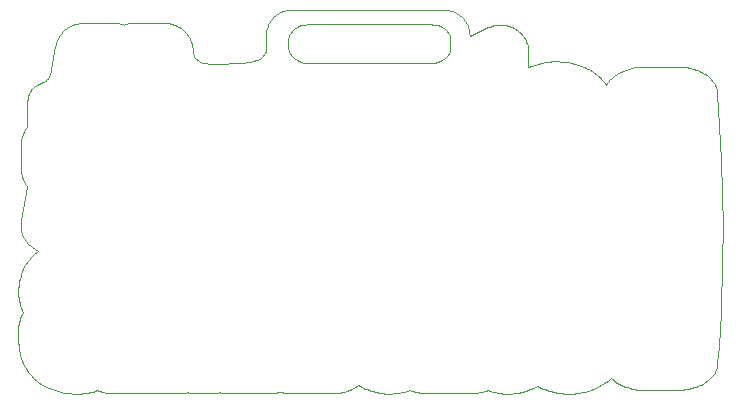
<source format=gbr>
G04 #@! TF.GenerationSoftware,KiCad,Pcbnew,5.0.2+dfsg1-1*
G04 #@! TF.CreationDate,2019-10-14T23:09:41+02:00*
G04 #@! TF.ProjectId,NOMAS_semaforos,4e4f4d41-535f-4736-956d-61666f726f73,rev?*
G04 #@! TF.SameCoordinates,Original*
G04 #@! TF.FileFunction,Profile,NP*
%FSLAX46Y46*%
G04 Gerber Fmt 4.6, Leading zero omitted, Abs format (unit mm)*
G04 Created by KiCad (PCBNEW 5.0.2+dfsg1-1) date lun 14 oct 2019 23:09:41 CEST*
%MOMM*%
%LPD*%
G01*
G04 APERTURE LIST*
G04 #@! TA.AperFunction,NonConductor*
%ADD10C,0.100000*%
G04 #@! TD*
G04 APERTURE END LIST*
D10*
G04 #@! TO.C,Ref\002A\002A*
X142427215Y-86108614D02*
X142427215Y-86108614D01*
X142427215Y-86108614D02*
X142427215Y-86108614D01*
X142080322Y-86135804D02*
X142427215Y-86108614D01*
X141757616Y-86213824D02*
X142080322Y-86135804D01*
X141465898Y-86337361D02*
X141757616Y-86213824D01*
X141211968Y-86501091D02*
X141465898Y-86337361D01*
X141002628Y-86699697D02*
X141211968Y-86501091D01*
X140916808Y-86810415D02*
X141002628Y-86699697D01*
X140844688Y-86927858D02*
X140916808Y-86810415D01*
X140787108Y-87051359D02*
X140844688Y-86927858D01*
X140744928Y-87180255D02*
X140787108Y-87051359D01*
X140718998Y-87313880D02*
X140744928Y-87180255D01*
X140710198Y-87451569D02*
X140718998Y-87313880D01*
X140710198Y-88041881D02*
X140710198Y-87451569D01*
X140718998Y-88179570D02*
X140710198Y-88041881D01*
X140744928Y-88313195D02*
X140718998Y-88179570D01*
X140787108Y-88442091D02*
X140744928Y-88313195D01*
X140844688Y-88565592D02*
X140787108Y-88442091D01*
X140916808Y-88683034D02*
X140844688Y-88565592D01*
X141002628Y-88793753D02*
X140916808Y-88683034D01*
X141211968Y-88992358D02*
X141002628Y-88793753D01*
X141465898Y-89156089D02*
X141211968Y-88992358D01*
X141757616Y-89279625D02*
X141465898Y-89156089D01*
X142080322Y-89357645D02*
X141757616Y-89279625D01*
X142427215Y-89384835D02*
X142080322Y-89357645D01*
X152727123Y-89384835D02*
X142427215Y-89384835D01*
X153074015Y-89357645D02*
X152727123Y-89384835D01*
X153396721Y-89279625D02*
X153074015Y-89357645D01*
X153688440Y-89156089D02*
X153396721Y-89279625D01*
X153942369Y-88992358D02*
X153688440Y-89156089D01*
X154151709Y-88793753D02*
X153942369Y-88992358D01*
X154237529Y-88683034D02*
X154151709Y-88793753D01*
X154309649Y-88565592D02*
X154237529Y-88683034D01*
X154367229Y-88442091D02*
X154309649Y-88565592D01*
X154409409Y-88313195D02*
X154367229Y-88442091D01*
X154435339Y-88179570D02*
X154409409Y-88313195D01*
X154444139Y-88041881D02*
X154435339Y-88179570D01*
X154444139Y-87451569D02*
X154444139Y-88041881D01*
X154435339Y-87313880D02*
X154444139Y-87451569D01*
X154409409Y-87180255D02*
X154435339Y-87313880D01*
X154367229Y-87051359D02*
X154409409Y-87180255D01*
X154309649Y-86927858D02*
X154367229Y-87051359D01*
X154237529Y-86810415D02*
X154309649Y-86927858D01*
X154151709Y-86699697D02*
X154237529Y-86810415D01*
X153942369Y-86501091D02*
X154151709Y-86699697D01*
X153688440Y-86337361D02*
X153942369Y-86501091D01*
X153396721Y-86213824D02*
X153688440Y-86337361D01*
X153074015Y-86135804D02*
X153396721Y-86213824D01*
X152727123Y-86108614D02*
X153074015Y-86135804D01*
X142427215Y-86108614D02*
X152727123Y-86108614D01*
X140975079Y-84890056D02*
X140975079Y-84890003D01*
X153900449Y-84890056D02*
X140975079Y-84890056D01*
X154011656Y-84892856D02*
X153900449Y-84890056D01*
X154121368Y-84901156D02*
X154011656Y-84892856D01*
X154229450Y-84914806D02*
X154121368Y-84901156D01*
X154335770Y-84933686D02*
X154229450Y-84914806D01*
X154440193Y-84957666D02*
X154335770Y-84933686D01*
X154542587Y-84986606D02*
X154440193Y-84957666D01*
X154642819Y-85020376D02*
X154542587Y-84986606D01*
X154740749Y-85058836D02*
X154642819Y-85020376D01*
X154836249Y-85101866D02*
X154740749Y-85058836D01*
X154929189Y-85149326D02*
X154836249Y-85101866D01*
X155019429Y-85201076D02*
X154929189Y-85149326D01*
X155106849Y-85256996D02*
X155019429Y-85201076D01*
X155191299Y-85316946D02*
X155106849Y-85256996D01*
X155272659Y-85380786D02*
X155191299Y-85316946D01*
X155350779Y-85448396D02*
X155272659Y-85380786D01*
X155425539Y-85519636D02*
X155350779Y-85448396D01*
X155496799Y-85594376D02*
X155425539Y-85519636D01*
X155564429Y-85672476D02*
X155496799Y-85594376D01*
X155628299Y-85753806D02*
X155564429Y-85672476D01*
X155688269Y-85838236D02*
X155628299Y-85753806D01*
X155744209Y-85925626D02*
X155688269Y-85838236D01*
X155795989Y-86015846D02*
X155744209Y-85925626D01*
X155843469Y-86108766D02*
X155795989Y-86015846D01*
X155886509Y-86204256D02*
X155843469Y-86108766D01*
X155924989Y-86302176D02*
X155886509Y-86204256D01*
X155958769Y-86402391D02*
X155924989Y-86302176D01*
X155987719Y-86504771D02*
X155958769Y-86402391D01*
X156011719Y-86609183D02*
X155987719Y-86504771D01*
X156030609Y-86715493D02*
X156011719Y-86609183D01*
X156044259Y-86823569D02*
X156030609Y-86715493D01*
X156052559Y-86933276D02*
X156044259Y-86823569D01*
X156055359Y-87044482D02*
X156052559Y-86933276D01*
X156055359Y-87085822D02*
X156055359Y-87044482D01*
X157633040Y-86369587D02*
X156055359Y-87085822D01*
X157783098Y-86307097D02*
X157633040Y-86369587D01*
X157934101Y-86255337D02*
X157783098Y-86307097D01*
X158085678Y-86214077D02*
X157934101Y-86255337D01*
X158237449Y-86183077D02*
X158085678Y-86214077D01*
X158389042Y-86162097D02*
X158237449Y-86183077D01*
X158540082Y-86150907D02*
X158389042Y-86162097D01*
X158690196Y-86149307D02*
X158540082Y-86150907D01*
X158839005Y-86157007D02*
X158690196Y-86149307D01*
X158986143Y-86173767D02*
X158839005Y-86157007D01*
X159131227Y-86199367D02*
X158986143Y-86173767D01*
X159273885Y-86233577D02*
X159131227Y-86199367D01*
X159413744Y-86276157D02*
X159273885Y-86233577D01*
X159550430Y-86326877D02*
X159413744Y-86276157D01*
X159683569Y-86385487D02*
X159550430Y-86326877D01*
X159812781Y-86451767D02*
X159683569Y-86385487D01*
X159937696Y-86525467D02*
X159812781Y-86451767D01*
X160057941Y-86606357D02*
X159937696Y-86525467D01*
X160173138Y-86694207D02*
X160057941Y-86606357D01*
X160282913Y-86788767D02*
X160173138Y-86694207D01*
X160386895Y-86889814D02*
X160282913Y-86788767D01*
X160484705Y-86997106D02*
X160386895Y-86889814D01*
X160575965Y-87110407D02*
X160484705Y-86997106D01*
X160660315Y-87229481D02*
X160575965Y-87110407D01*
X160737365Y-87354092D02*
X160660315Y-87229481D01*
X160806745Y-87484004D02*
X160737365Y-87354092D01*
X160868085Y-87618981D02*
X160806745Y-87484004D01*
X160921005Y-87758786D02*
X160868085Y-87618981D01*
X160965135Y-87903183D02*
X160921005Y-87758786D01*
X161000105Y-88051936D02*
X160965135Y-87903183D01*
X161025535Y-88204809D02*
X161000105Y-88051936D01*
X161041035Y-88361565D02*
X161025535Y-88204809D01*
X161046235Y-88521969D02*
X161041035Y-88361565D01*
X161046235Y-89760136D02*
X161046235Y-88521969D01*
X161317949Y-89646318D02*
X161046235Y-89760136D01*
X161593447Y-89545113D02*
X161317949Y-89646318D01*
X161871918Y-89457313D02*
X161593447Y-89545113D01*
X162152559Y-89383703D02*
X161871918Y-89457313D01*
X162434565Y-89325073D02*
X162152559Y-89383703D01*
X162575829Y-89301623D02*
X162434565Y-89325073D01*
X162717132Y-89282213D02*
X162575829Y-89301623D01*
X162858375Y-89266943D02*
X162717132Y-89282213D01*
X162999456Y-89255913D02*
X162858375Y-89266943D01*
X163140272Y-89249213D02*
X162999456Y-89255913D01*
X163280726Y-89247013D02*
X163140272Y-89249213D01*
X163556766Y-89252413D02*
X163280726Y-89247013D01*
X163834983Y-89269023D02*
X163556766Y-89252413D01*
X164114330Y-89297263D02*
X163834983Y-89269023D01*
X164393762Y-89337573D02*
X164114330Y-89297263D01*
X164672234Y-89390403D02*
X164393762Y-89337573D01*
X164948697Y-89456203D02*
X164672234Y-89390403D01*
X165222109Y-89535423D02*
X164948697Y-89456203D01*
X165491426Y-89628513D02*
X165222109Y-89535423D01*
X165755599Y-89735924D02*
X165491426Y-89628513D01*
X165885430Y-89795134D02*
X165755599Y-89735924D01*
X166013584Y-89858094D02*
X165885430Y-89795134D01*
X166139928Y-89924864D02*
X166013584Y-89858094D01*
X166264332Y-89995494D02*
X166139928Y-89924864D01*
X166386667Y-90070044D02*
X166264332Y-89995494D01*
X166506804Y-90148564D02*
X166386667Y-90070044D01*
X166624607Y-90231114D02*
X166506804Y-90148564D01*
X166739950Y-90317744D02*
X166624607Y-90231114D01*
X166852699Y-90408514D02*
X166739950Y-90317744D01*
X166962723Y-90503484D02*
X166852699Y-90408514D01*
X167069896Y-90602704D02*
X166962723Y-90503484D01*
X167174083Y-90706237D02*
X167069896Y-90602704D01*
X167275157Y-90814135D02*
X167174083Y-90706237D01*
X167372977Y-90926455D02*
X167275157Y-90814135D01*
X167507221Y-91094191D02*
X167372977Y-90926455D01*
X167631877Y-91264936D02*
X167507221Y-91094191D01*
X167675587Y-91180496D02*
X167631877Y-91264936D01*
X167724217Y-91097616D02*
X167675587Y-91180496D01*
X167777657Y-91016366D02*
X167724217Y-91097616D01*
X167835787Y-90936826D02*
X167777657Y-91016366D01*
X167898497Y-90859066D02*
X167835787Y-90936826D01*
X167965667Y-90783166D02*
X167898497Y-90859066D01*
X168037197Y-90709196D02*
X167965667Y-90783166D01*
X168112967Y-90637226D02*
X168037197Y-90709196D01*
X168192867Y-90567326D02*
X168112967Y-90637226D01*
X168276777Y-90499576D02*
X168192867Y-90567326D01*
X168364597Y-90434046D02*
X168276777Y-90499576D01*
X168456207Y-90370816D02*
X168364597Y-90434046D01*
X168650348Y-90251525D02*
X168456207Y-90370816D01*
X168858305Y-90142296D02*
X168650348Y-90251525D01*
X169079180Y-90043716D02*
X168858305Y-90142296D01*
X169312066Y-89956376D02*
X169079180Y-90043716D01*
X169556067Y-89880856D02*
X169312066Y-89956376D01*
X169810281Y-89817746D02*
X169556067Y-89880856D01*
X170073809Y-89767636D02*
X169810281Y-89817746D01*
X170345753Y-89731116D02*
X170073809Y-89767636D01*
X170625209Y-89708776D02*
X170345753Y-89731116D01*
X170911276Y-89701176D02*
X170625209Y-89708776D01*
X173590182Y-89701176D02*
X170911276Y-89701176D01*
X173767705Y-89704076D02*
X173590182Y-89701176D01*
X173942835Y-89712676D02*
X173767705Y-89704076D01*
X174115364Y-89726896D02*
X173942835Y-89712676D01*
X174285079Y-89746566D02*
X174115364Y-89726896D01*
X174451764Y-89771546D02*
X174285079Y-89746566D01*
X174615207Y-89801696D02*
X174451764Y-89771546D01*
X174775198Y-89836876D02*
X174615207Y-89801696D01*
X174931522Y-89876946D02*
X174775198Y-89836876D01*
X175083964Y-89921776D02*
X174931522Y-89876946D01*
X175232316Y-89971216D02*
X175083964Y-89921776D01*
X175376361Y-90025136D02*
X175232316Y-89971216D01*
X175515889Y-90083386D02*
X175376361Y-90025136D01*
X175650683Y-90145836D02*
X175515889Y-90083386D01*
X175780536Y-90212346D02*
X175650683Y-90145836D01*
X175905231Y-90282776D02*
X175780536Y-90212346D01*
X176024555Y-90356986D02*
X175905231Y-90282776D01*
X176138297Y-90434846D02*
X176024555Y-90356986D01*
X176246245Y-90516206D02*
X176138297Y-90434846D01*
X176348183Y-90600936D02*
X176246245Y-90516206D01*
X176443903Y-90688886D02*
X176348183Y-90600936D01*
X176533183Y-90779926D02*
X176443903Y-90688886D01*
X176615823Y-90873916D02*
X176533183Y-90779926D01*
X176691603Y-90970716D02*
X176615823Y-90873916D01*
X176760303Y-91070186D02*
X176691603Y-90970716D01*
X176821723Y-91172187D02*
X176760303Y-91070186D01*
X176875643Y-91276581D02*
X176821723Y-91172187D01*
X176921853Y-91383229D02*
X176875643Y-91276581D01*
X176960133Y-91491992D02*
X176921853Y-91383229D01*
X176990283Y-91602732D02*
X176960133Y-91491992D01*
X177012083Y-91715309D02*
X176990283Y-91602732D01*
X177025313Y-91829584D02*
X177012083Y-91715309D01*
X177029813Y-91945420D02*
X177025313Y-91829584D01*
X177211059Y-94766049D02*
X177029813Y-91945420D01*
X177348879Y-97596328D02*
X177211059Y-94766049D01*
X177439089Y-100437186D02*
X177348879Y-97596328D01*
X177477519Y-103289551D02*
X177439089Y-100437186D01*
X177459989Y-106154353D02*
X177477519Y-103289551D01*
X177428929Y-107591708D02*
X177459989Y-106154353D01*
X177382309Y-109032520D02*
X177428929Y-107591708D01*
X177319609Y-110476906D02*
X177382309Y-109032520D01*
X177240309Y-111924981D02*
X177319609Y-110476906D01*
X177143889Y-113376862D02*
X177240309Y-111924981D01*
X177029815Y-114832664D02*
X177143889Y-113376862D01*
X177025315Y-114948499D02*
X177029815Y-114832664D01*
X177012085Y-115062775D02*
X177025315Y-114948499D01*
X176990285Y-115175352D02*
X177012085Y-115062775D01*
X176960135Y-115286091D02*
X176990285Y-115175352D01*
X176921855Y-115394853D02*
X176960135Y-115286091D01*
X176875645Y-115501502D02*
X176921855Y-115394853D01*
X176821725Y-115605896D02*
X176875645Y-115501502D01*
X176760305Y-115707898D02*
X176821725Y-115605896D01*
X176691605Y-115807368D02*
X176760305Y-115707898D01*
X176615825Y-115904168D02*
X176691605Y-115807368D01*
X176533185Y-115998158D02*
X176615825Y-115904168D01*
X176443905Y-116089198D02*
X176533185Y-115998158D01*
X176348185Y-116177148D02*
X176443905Y-116089198D01*
X176246247Y-116261878D02*
X176348185Y-116177148D01*
X176138299Y-116343238D02*
X176246247Y-116261878D01*
X176024557Y-116421098D02*
X176138299Y-116343238D01*
X175905233Y-116495308D02*
X176024557Y-116421098D01*
X175780538Y-116565738D02*
X175905233Y-116495308D01*
X175650685Y-116632248D02*
X175780538Y-116565738D01*
X175515891Y-116694698D02*
X175650685Y-116632248D01*
X175376363Y-116752958D02*
X175515891Y-116694698D01*
X175232318Y-116806878D02*
X175376363Y-116752958D01*
X175083966Y-116856318D02*
X175232318Y-116806878D01*
X174931524Y-116901148D02*
X175083966Y-116856318D01*
X174775200Y-116941218D02*
X174931524Y-116901148D01*
X174615209Y-116976398D02*
X174775200Y-116941218D01*
X174451766Y-117006548D02*
X174615209Y-116976398D01*
X174285081Y-117031528D02*
X174451766Y-117006548D01*
X174115366Y-117051188D02*
X174285081Y-117031528D01*
X173942837Y-117065418D02*
X174115366Y-117051188D01*
X173767707Y-117074018D02*
X173942837Y-117065418D01*
X173590184Y-117076918D02*
X173767707Y-117074018D01*
X170911278Y-117076918D02*
X173590184Y-117076918D01*
X170684903Y-117072218D02*
X170911278Y-117076918D01*
X170462574Y-117058168D02*
X170684903Y-117072218D01*
X170244724Y-117035118D02*
X170462574Y-117058168D01*
X170031793Y-117003358D02*
X170244724Y-117035118D01*
X169824219Y-116963168D02*
X170031793Y-117003358D01*
X169622437Y-116914848D02*
X169824219Y-116963168D01*
X169426886Y-116858698D02*
X169622437Y-116914848D01*
X169238003Y-116794998D02*
X169426886Y-116858698D01*
X169056224Y-116724038D02*
X169238003Y-116794998D01*
X168881990Y-116646108D02*
X169056224Y-116724038D01*
X168715734Y-116561508D02*
X168881990Y-116646108D01*
X168557897Y-116470528D02*
X168715734Y-116561508D01*
X168408913Y-116373448D02*
X168557897Y-116470528D01*
X168269223Y-116270573D02*
X168408913Y-116373448D01*
X168139260Y-116162192D02*
X168269223Y-116270573D01*
X168019464Y-116048590D02*
X168139260Y-116162192D01*
X167928914Y-116134130D02*
X168019464Y-116048590D01*
X167835424Y-116216700D02*
X167928914Y-116134130D01*
X167739144Y-116296330D02*
X167835424Y-116216700D01*
X167640214Y-116373030D02*
X167739144Y-116296330D01*
X167435038Y-116517705D02*
X167640214Y-116373030D01*
X167221082Y-116650853D02*
X167435038Y-116517705D01*
X166999536Y-116772609D02*
X167221082Y-116650853D01*
X166771597Y-116883099D02*
X166999536Y-116772609D01*
X166538455Y-116982449D02*
X166771597Y-116883099D01*
X166301298Y-117070799D02*
X166538455Y-116982449D01*
X166061321Y-117148269D02*
X166301298Y-117070799D01*
X165819717Y-117214989D02*
X166061321Y-117148269D01*
X165577676Y-117271089D02*
X165819717Y-117214989D01*
X165336389Y-117316699D02*
X165577676Y-117271089D01*
X165097050Y-117351949D02*
X165336389Y-117316699D01*
X164860848Y-117376979D02*
X165097050Y-117351949D01*
X164628978Y-117391899D02*
X164860848Y-117376979D01*
X164402629Y-117396799D02*
X164628978Y-117391899D01*
X164242856Y-117393999D02*
X164402629Y-117396799D01*
X164081830Y-117385699D02*
X164242856Y-117393999D01*
X163919715Y-117372019D02*
X164081830Y-117385699D01*
X163756681Y-117353049D02*
X163919715Y-117372019D01*
X163592896Y-117328949D02*
X163756681Y-117353049D01*
X163428524Y-117299829D02*
X163592896Y-117328949D01*
X163263733Y-117265809D02*
X163428524Y-117299829D01*
X163098691Y-117226999D02*
X163263733Y-117265809D01*
X162933565Y-117183539D02*
X163098691Y-117226999D01*
X162768523Y-117135539D02*
X162933565Y-117183539D01*
X162603727Y-117083129D02*
X162768523Y-117135539D01*
X162439352Y-117026419D02*
X162603727Y-117083129D01*
X162275559Y-116965549D02*
X162439352Y-117026419D01*
X162112515Y-116900629D02*
X162275559Y-116965549D01*
X161789353Y-116759122D02*
X162112515Y-116900629D01*
X161486220Y-116895994D02*
X161789353Y-116759122D01*
X161178772Y-117019615D02*
X161486220Y-116895994D01*
X160868278Y-117128446D02*
X161178772Y-117019615D01*
X160712285Y-117176836D02*
X160868278Y-117128446D01*
X160556009Y-117220946D02*
X160712285Y-117176836D01*
X160399603Y-117260596D02*
X160556009Y-117220946D01*
X160243231Y-117295576D02*
X160399603Y-117260596D01*
X160087050Y-117325706D02*
X160243231Y-117295576D01*
X159931219Y-117350786D02*
X160087050Y-117325706D01*
X159775898Y-117370626D02*
X159931219Y-117350786D01*
X159621241Y-117385046D02*
X159775898Y-117370626D01*
X159467412Y-117393846D02*
X159621241Y-117385046D01*
X159314568Y-117396846D02*
X159467412Y-117393846D01*
X159106653Y-117390846D02*
X159314568Y-117396846D01*
X158895351Y-117373706D02*
X159106653Y-117390846D01*
X158681396Y-117346436D02*
X158895351Y-117373706D01*
X158465512Y-117310066D02*
X158681396Y-117346436D01*
X158248437Y-117265636D02*
X158465512Y-117310066D01*
X158030899Y-117214196D02*
X158248437Y-117265636D01*
X157813631Y-117156796D02*
X158030899Y-117214196D01*
X157597361Y-117094476D02*
X157813631Y-117156796D01*
X157459053Y-117146716D02*
X157597361Y-117094476D01*
X157318085Y-117192256D02*
X157459053Y-117146716D01*
X157174776Y-117231036D02*
X157318085Y-117192256D01*
X157029438Y-117262986D02*
X157174776Y-117231036D01*
X156882388Y-117288046D02*
X157029438Y-117262986D01*
X156733941Y-117306166D02*
X156882388Y-117288046D01*
X156584414Y-117317276D02*
X156733941Y-117306166D01*
X156434123Y-117321276D02*
X156584414Y-117317276D01*
X154673509Y-117321276D02*
X156434123Y-117321276D01*
X154506747Y-117314776D02*
X154673509Y-117321276D01*
X154340711Y-117299566D02*
X154506747Y-117314776D01*
X154167197Y-117315226D02*
X154340711Y-117299566D01*
X153992929Y-117321226D02*
X154167197Y-117315226D01*
X152168235Y-117321226D02*
X153992929Y-117321226D01*
X152014542Y-117317126D02*
X152168235Y-117321226D01*
X151861650Y-117305616D02*
X152014542Y-117317126D01*
X151709900Y-117286776D02*
X151861650Y-117305616D01*
X151559633Y-117260686D02*
X151709900Y-117286776D01*
X151411191Y-117227406D02*
X151559633Y-117260686D01*
X151264908Y-117186996D02*
X151411191Y-117227406D01*
X151121128Y-117139526D02*
X151264908Y-117186996D01*
X150980193Y-117085066D02*
X151121128Y-117139526D01*
X150758747Y-117150486D02*
X150980193Y-117085066D01*
X150536124Y-117210206D02*
X150758747Y-117150486D01*
X150313104Y-117263296D02*
X150536124Y-117210206D01*
X150090476Y-117308826D02*
X150313104Y-117263296D01*
X149869025Y-117345866D02*
X150090476Y-117308826D01*
X149649534Y-117373476D02*
X149869025Y-117345866D01*
X149432790Y-117390726D02*
X149649534Y-117373476D01*
X149219579Y-117396726D02*
X149432790Y-117390726D01*
X149056722Y-117393326D02*
X149219579Y-117396726D01*
X148892826Y-117383326D02*
X149056722Y-117393326D01*
X148728086Y-117366896D02*
X148892826Y-117383326D01*
X148562690Y-117344296D02*
X148728086Y-117366896D01*
X148396838Y-117315726D02*
X148562690Y-117344296D01*
X148230720Y-117281406D02*
X148396838Y-117315726D01*
X148064529Y-117241566D02*
X148230720Y-117281406D01*
X147898461Y-117196416D02*
X148064529Y-117241566D01*
X147732708Y-117146186D02*
X147898461Y-117196416D01*
X147567465Y-117091086D02*
X147732708Y-117146186D01*
X147402920Y-117031346D02*
X147567465Y-117091086D01*
X147239276Y-116967176D02*
X147402920Y-117031346D01*
X147076718Y-116898806D02*
X147239276Y-116967176D01*
X146915444Y-116826456D02*
X147076718Y-116898806D01*
X146597515Y-116670677D02*
X146915444Y-116826456D01*
X146498755Y-116746747D02*
X146597515Y-116670677D01*
X146396515Y-116818407D02*
X146498755Y-116746747D01*
X146290994Y-116885587D02*
X146396515Y-116818407D01*
X146182375Y-116948227D02*
X146290994Y-116885587D01*
X146070855Y-117006257D02*
X146182375Y-116948227D01*
X145956624Y-117059607D02*
X146070855Y-117006257D01*
X145839872Y-117108207D02*
X145956624Y-117059607D01*
X145720788Y-117151997D02*
X145839872Y-117108207D01*
X145599566Y-117190917D02*
X145720788Y-117151997D01*
X145476398Y-117224897D02*
X145599566Y-117190917D01*
X145351474Y-117253867D02*
X145476398Y-117224897D01*
X145224982Y-117277757D02*
X145351474Y-117253867D01*
X145097120Y-117296517D02*
X145224982Y-117277757D01*
X144968072Y-117310067D02*
X145097120Y-117296517D01*
X144838032Y-117318367D02*
X144968072Y-117310067D01*
X144707193Y-117321267D02*
X144838032Y-117318367D01*
X142891799Y-117321267D02*
X144707193Y-117321267D01*
X142764517Y-117317567D02*
X142891799Y-117321267D01*
X142637551Y-117308767D02*
X142764517Y-117317567D01*
X142635451Y-117308767D02*
X142637551Y-117308767D01*
X142494806Y-117318067D02*
X142635451Y-117308767D01*
X142353814Y-117321167D02*
X142494806Y-117318067D01*
X140645392Y-117321167D02*
X142353814Y-117321167D01*
X140478693Y-117315967D02*
X140645392Y-117321167D01*
X140312741Y-117302047D02*
X140478693Y-117315967D01*
X140148008Y-117279477D02*
X140312741Y-117302047D01*
X139984967Y-117248287D02*
X140148008Y-117279477D01*
X139822005Y-117279477D02*
X139984967Y-117248287D01*
X139657450Y-117302077D02*
X139822005Y-117279477D01*
X139491676Y-117315997D02*
X139657450Y-117302077D01*
X139325059Y-117321197D02*
X139491676Y-117315997D01*
X137574261Y-117321197D02*
X139325059Y-117321197D01*
X137440742Y-117316797D02*
X137574261Y-117321197D01*
X137307611Y-117306737D02*
X137440742Y-117316797D01*
X137162869Y-117317267D02*
X137307611Y-117306737D01*
X137017706Y-117321167D02*
X137162869Y-117317267D01*
X135371295Y-117321167D02*
X137017706Y-117321167D01*
X135241103Y-117318167D02*
X135371295Y-117321167D01*
X135111249Y-117309867D02*
X135241103Y-117318167D01*
X134981969Y-117296217D02*
X135111249Y-117309867D01*
X134853497Y-117277297D02*
X134981969Y-117296217D01*
X134724633Y-117296297D02*
X134853497Y-117277297D01*
X134594974Y-117309977D02*
X134724633Y-117296297D01*
X134464740Y-117318277D02*
X134594974Y-117309977D01*
X134334149Y-117321177D02*
X134464740Y-117318277D01*
X132718229Y-117321177D02*
X134334149Y-117321177D01*
X132580255Y-117317877D02*
X132718229Y-117321177D01*
X132442727Y-117308577D02*
X132580255Y-117317877D01*
X132305878Y-117293307D02*
X132442727Y-117308577D01*
X132169942Y-117272117D02*
X132305878Y-117293307D01*
X132033011Y-117293447D02*
X132169942Y-117272117D01*
X131895100Y-117308737D02*
X132033011Y-117293447D01*
X131756506Y-117318037D02*
X131895100Y-117308737D01*
X131617521Y-117321237D02*
X131756506Y-117318037D01*
X129993331Y-117321237D02*
X131617521Y-117321237D01*
X129849180Y-117316537D02*
X129993331Y-117321237D01*
X129705493Y-117305267D02*
X129849180Y-117316537D01*
X129550456Y-117317067D02*
X129705493Y-117305267D01*
X129394918Y-117321267D02*
X129550456Y-117317067D01*
X125672665Y-117321267D02*
X129394918Y-117321267D01*
X125525276Y-117317367D02*
X125672665Y-117321267D01*
X125378631Y-117306707D02*
X125525276Y-117317367D01*
X125233019Y-117289327D02*
X125378631Y-117306707D01*
X125088730Y-117265247D02*
X125233019Y-117289327D01*
X124946056Y-117234527D02*
X125088730Y-117265247D01*
X124805285Y-117197237D02*
X124946056Y-117234527D01*
X124666708Y-117153427D02*
X124805285Y-117197237D01*
X124530616Y-117103157D02*
X124666708Y-117153427D01*
X124134245Y-117210403D02*
X124530616Y-117103157D01*
X123936277Y-117259973D02*
X124134245Y-117210403D01*
X123739460Y-117304483D02*
X123936277Y-117259973D01*
X123544547Y-117342173D02*
X123739460Y-117304483D01*
X123352292Y-117371273D02*
X123544547Y-117342173D01*
X123163449Y-117390033D02*
X123352292Y-117371273D01*
X122978773Y-117396633D02*
X123163449Y-117390033D01*
X122735488Y-117392833D02*
X122978773Y-117396633D01*
X122487667Y-117380923D02*
X122735488Y-117392833D01*
X122236325Y-117360313D02*
X122487667Y-117380923D01*
X121982483Y-117330423D02*
X122236325Y-117360313D01*
X121727157Y-117290643D02*
X121982483Y-117330423D01*
X121471365Y-117240373D02*
X121727157Y-117290643D01*
X121216126Y-117179003D02*
X121471365Y-117240373D01*
X120962458Y-117105933D02*
X121216126Y-117179003D01*
X120711379Y-117020563D02*
X120962458Y-117105933D01*
X120463907Y-116922283D02*
X120711379Y-117020563D01*
X120221059Y-116810494D02*
X120463907Y-116922283D01*
X119983854Y-116684589D02*
X120221059Y-116810494D01*
X119867686Y-116616159D02*
X119983854Y-116684589D01*
X119753310Y-116543969D02*
X119867686Y-116616159D01*
X119640855Y-116467949D02*
X119753310Y-116543969D01*
X119530446Y-116388029D02*
X119640855Y-116467949D01*
X119422211Y-116304129D02*
X119530446Y-116388029D01*
X119316278Y-116216169D02*
X119422211Y-116304129D01*
X119212774Y-116124079D02*
X119316278Y-116216169D01*
X119111825Y-116027779D02*
X119212774Y-116124079D01*
X119015580Y-115929749D02*
X119111825Y-116027779D01*
X118924137Y-115830689D02*
X119015580Y-115929749D01*
X118837382Y-115730653D02*
X118924137Y-115830689D01*
X118755201Y-115629688D02*
X118837382Y-115730653D01*
X118677479Y-115527844D02*
X118755201Y-115629688D01*
X118604101Y-115425170D02*
X118677479Y-115527844D01*
X118469920Y-115217533D02*
X118604101Y-115425170D01*
X118351741Y-115007176D02*
X118469920Y-115217533D01*
X118248647Y-114794502D02*
X118351741Y-115007176D01*
X118159722Y-114579906D02*
X118248647Y-114794502D01*
X118084050Y-114363789D02*
X118159722Y-114579906D01*
X118020713Y-114146548D02*
X118084050Y-114363789D01*
X117968795Y-113928584D02*
X118020713Y-114146548D01*
X117927380Y-113710297D02*
X117968795Y-113928584D01*
X117895550Y-113492087D02*
X117927380Y-113710297D01*
X117872389Y-113274351D02*
X117895550Y-113492087D01*
X117856980Y-113057488D02*
X117872389Y-113274351D01*
X117848407Y-112841900D02*
X117856980Y-113057488D01*
X117845753Y-112627982D02*
X117848407Y-112841900D01*
X117845753Y-111847151D02*
X117845753Y-112627982D01*
X117852830Y-111672660D02*
X117845753Y-111847151D01*
X117873544Y-111499668D02*
X117852830Y-111672660D01*
X117907706Y-111328786D02*
X117873544Y-111499668D01*
X117955127Y-111160622D02*
X117907706Y-111328786D01*
X118015619Y-110995786D02*
X117955127Y-111160622D01*
X118088993Y-110834886D02*
X118015619Y-110995786D01*
X118175061Y-110678533D02*
X118088993Y-110834886D01*
X118273633Y-110527335D02*
X118175061Y-110678533D01*
X118187112Y-110326973D02*
X118273633Y-110527335D01*
X118106659Y-110124465D02*
X118187112Y-110326973D01*
X118033960Y-109919860D02*
X118106659Y-110124465D01*
X117970699Y-109713202D02*
X118033960Y-109919860D01*
X117918563Y-109504537D02*
X117970699Y-109713202D01*
X117879236Y-109293913D02*
X117918563Y-109504537D01*
X117854404Y-109081376D02*
X117879236Y-109293913D01*
X117847950Y-108974404D02*
X117854404Y-109081376D01*
X117845751Y-108866971D02*
X117847950Y-108974404D01*
X117849158Y-108666543D02*
X117845751Y-108866971D01*
X117859744Y-108463787D02*
X117849158Y-108666543D01*
X117878063Y-108259219D02*
X117859744Y-108463787D01*
X117904663Y-108053359D02*
X117878063Y-108259219D01*
X117940097Y-107846724D02*
X117904663Y-108053359D01*
X117984915Y-107639832D02*
X117940097Y-107846724D01*
X118039669Y-107433202D02*
X117984915Y-107639832D01*
X118104910Y-107227351D02*
X118039669Y-107433202D01*
X118181188Y-107022798D02*
X118104910Y-107227351D01*
X118269055Y-106820061D02*
X118181188Y-107022798D01*
X118369062Y-106619658D02*
X118269055Y-106820061D01*
X118481760Y-106422106D02*
X118369062Y-106619658D01*
X118607700Y-106227925D02*
X118481760Y-106422106D01*
X118747433Y-106037632D02*
X118607700Y-106227925D01*
X118901510Y-105851746D02*
X118747433Y-106037632D01*
X119070482Y-105670784D02*
X118901510Y-105851746D01*
X119072552Y-105667184D02*
X119070482Y-105670784D01*
X119179691Y-105564004D02*
X119072552Y-105667184D01*
X119291321Y-105465294D02*
X119179691Y-105564004D01*
X119406996Y-105370764D02*
X119291321Y-105465294D01*
X119526271Y-105280124D02*
X119406996Y-105370764D01*
X119428760Y-105237804D02*
X119526271Y-105280124D01*
X119333966Y-105191684D02*
X119428760Y-105237804D01*
X119241955Y-105141874D02*
X119333966Y-105191684D01*
X119152794Y-105088504D02*
X119241955Y-105141874D01*
X119066550Y-105031694D02*
X119152794Y-105088504D01*
X118983290Y-104971564D02*
X119066550Y-105031694D01*
X118903081Y-104908244D02*
X118983290Y-104971564D01*
X118825989Y-104841844D02*
X118903081Y-104908244D01*
X118752082Y-104772494D02*
X118825989Y-104841844D01*
X118681427Y-104700314D02*
X118752082Y-104772494D01*
X118614090Y-104625434D02*
X118681427Y-104700314D01*
X118550138Y-104547964D02*
X118614090Y-104625434D01*
X118489638Y-104468034D02*
X118550138Y-104547964D01*
X118432657Y-104385764D02*
X118489638Y-104468034D01*
X118379262Y-104301274D02*
X118432657Y-104385764D01*
X118329520Y-104214694D02*
X118379262Y-104301274D01*
X118283498Y-104126134D02*
X118329520Y-104214694D01*
X118241262Y-104035724D02*
X118283498Y-104126134D01*
X118202880Y-103943584D02*
X118241262Y-104035724D01*
X118168418Y-103849844D02*
X118202880Y-103943584D01*
X118137944Y-103754614D02*
X118168418Y-103849844D01*
X118111524Y-103658024D02*
X118137944Y-103754614D01*
X118089225Y-103560194D02*
X118111524Y-103658024D01*
X118071114Y-103461244D02*
X118089225Y-103560194D01*
X118057258Y-103361304D02*
X118071114Y-103461244D01*
X118047728Y-103260488D02*
X118057258Y-103361304D01*
X118042578Y-103158921D02*
X118047728Y-103260488D01*
X118041888Y-103056725D02*
X118042578Y-103158921D01*
X118045718Y-102954023D02*
X118041888Y-103056725D01*
X118054138Y-102850937D02*
X118045718Y-102954023D01*
X118067215Y-102747589D02*
X118054138Y-102850937D01*
X118085015Y-102644101D02*
X118067215Y-102747589D01*
X118626584Y-99884580D02*
X118085015Y-102644101D01*
X118562329Y-99804100D02*
X118626584Y-99884580D01*
X118501857Y-99721240D02*
X118562329Y-99804100D01*
X118445215Y-99636130D02*
X118501857Y-99721240D01*
X118392452Y-99548900D02*
X118445215Y-99636130D01*
X118343616Y-99459680D02*
X118392452Y-99548900D01*
X118298755Y-99368610D02*
X118343616Y-99459680D01*
X118257917Y-99275820D02*
X118298755Y-99368610D01*
X118221150Y-99181440D02*
X118257917Y-99275820D01*
X118188502Y-99085600D02*
X118221150Y-99181440D01*
X118160021Y-98988430D02*
X118188502Y-99085600D01*
X118135755Y-98890070D02*
X118160021Y-98988430D01*
X118115752Y-98790640D02*
X118135755Y-98890070D01*
X118100060Y-98690283D02*
X118115752Y-98790640D01*
X118088727Y-98589125D02*
X118100060Y-98690283D01*
X118081797Y-98487299D02*
X118088727Y-98589125D01*
X118079327Y-98384937D02*
X118081797Y-98487299D01*
X118079327Y-96248117D02*
X118079327Y-98384937D01*
X118081667Y-96146602D02*
X118079327Y-96248117D01*
X118088387Y-96045606D02*
X118081667Y-96146602D01*
X118099449Y-95945259D02*
X118088387Y-96045606D01*
X118114801Y-95845689D02*
X118099449Y-95945259D01*
X118134397Y-95747019D02*
X118114801Y-95845689D01*
X118158191Y-95649389D02*
X118134397Y-95747019D01*
X118186136Y-95552919D02*
X118158191Y-95649389D01*
X118218185Y-95457739D02*
X118186136Y-95552919D01*
X118254292Y-95363979D02*
X118218185Y-95457739D01*
X118294411Y-95271769D02*
X118254292Y-95363979D01*
X118338495Y-95181239D02*
X118294411Y-95271769D01*
X118386497Y-95092519D02*
X118338495Y-95181239D01*
X118438371Y-95005729D02*
X118386497Y-95092519D01*
X118494070Y-94921009D02*
X118438371Y-95005729D01*
X118553548Y-94838479D02*
X118494070Y-94921009D01*
X118616758Y-94758269D02*
X118553548Y-94838479D01*
X118616758Y-92769760D02*
X118616758Y-94758269D01*
X118626618Y-92592667D02*
X118616758Y-92769760D01*
X118644580Y-92430022D02*
X118626618Y-92592667D01*
X118670150Y-92281042D02*
X118644580Y-92430022D01*
X118702833Y-92144950D02*
X118670150Y-92281042D01*
X118742135Y-92020964D02*
X118702833Y-92144950D01*
X118787560Y-91908305D02*
X118742135Y-92020964D01*
X118838614Y-91806192D02*
X118787560Y-91908305D01*
X118894803Y-91713842D02*
X118838614Y-91806192D01*
X118955631Y-91630482D02*
X118894803Y-91713842D01*
X119020604Y-91555332D02*
X118955631Y-91630482D01*
X119089227Y-91487602D02*
X119020604Y-91555332D01*
X119161005Y-91426522D02*
X119089227Y-91487602D01*
X119235444Y-91371312D02*
X119161005Y-91426522D01*
X119312049Y-91321182D02*
X119235444Y-91371312D01*
X119469776Y-91233062D02*
X119312049Y-91321182D01*
X119630230Y-91155932D02*
X119469776Y-91233062D01*
X119789451Y-91083542D02*
X119630230Y-91155932D01*
X119943483Y-91009652D02*
X119789451Y-91083542D01*
X120017316Y-90970192D02*
X119943483Y-91009652D01*
X120088367Y-90928022D02*
X120017316Y-90970192D01*
X120156142Y-90882362D02*
X120088367Y-90928022D01*
X120220146Y-90832422D02*
X120156142Y-90882362D01*
X120279883Y-90777432D02*
X120220146Y-90832422D01*
X120334860Y-90716602D02*
X120279883Y-90777432D01*
X120384581Y-90649162D02*
X120334860Y-90716602D01*
X120428552Y-90574322D02*
X120384581Y-90649162D01*
X120466278Y-90491312D02*
X120428552Y-90574322D01*
X120497264Y-90399352D02*
X120466278Y-90491312D01*
X120984573Y-87931286D02*
X120497264Y-90399352D01*
X121007343Y-87827752D02*
X120984573Y-87931286D01*
X121034520Y-87726121D02*
X121007343Y-87827752D01*
X121065992Y-87626481D02*
X121034520Y-87726121D01*
X121101647Y-87528931D02*
X121065992Y-87626481D01*
X121141374Y-87433551D02*
X121101647Y-87528931D01*
X121185061Y-87340441D02*
X121141374Y-87433551D01*
X121232597Y-87249691D02*
X121185061Y-87340441D01*
X121283870Y-87161381D02*
X121232597Y-87249691D01*
X121338769Y-87075611D02*
X121283870Y-87161381D01*
X121397182Y-86992471D02*
X121338769Y-87075611D01*
X121458998Y-86912051D02*
X121397182Y-86992471D01*
X121524105Y-86834441D02*
X121458998Y-86912051D01*
X121592391Y-86759731D02*
X121524105Y-86834441D01*
X121663746Y-86688011D02*
X121592391Y-86759731D01*
X121738057Y-86619381D02*
X121663746Y-86688011D01*
X121815213Y-86553921D02*
X121738057Y-86619381D01*
X121895103Y-86491721D02*
X121815213Y-86553921D01*
X121977615Y-86432881D02*
X121895103Y-86491721D01*
X122062638Y-86377481D02*
X121977615Y-86432881D01*
X122150060Y-86325621D02*
X122062638Y-86377481D01*
X122239770Y-86277381D02*
X122150060Y-86325621D01*
X122331656Y-86232861D02*
X122239770Y-86277381D01*
X122425606Y-86192151D02*
X122331656Y-86232861D01*
X122521509Y-86155331D02*
X122425606Y-86192151D01*
X122619254Y-86122501D02*
X122521509Y-86155331D01*
X122718729Y-86093751D02*
X122619254Y-86122501D01*
X122819822Y-86069171D02*
X122718729Y-86093751D01*
X122922423Y-86048851D02*
X122819822Y-86069171D01*
X123026419Y-86032881D02*
X122922423Y-86048851D01*
X123131699Y-86021361D02*
X123026419Y-86032881D01*
X123238152Y-86014361D02*
X123131699Y-86021361D01*
X123345666Y-86011961D02*
X123238152Y-86014361D01*
X126013295Y-86011961D02*
X123345666Y-86011961D01*
X126112305Y-86014361D02*
X126013295Y-86011961D01*
X126211023Y-86020761D02*
X126112305Y-86014361D01*
X126309320Y-86031101D02*
X126211023Y-86020761D01*
X126407068Y-86045401D02*
X126309320Y-86031101D01*
X126504138Y-86063641D02*
X126407068Y-86045401D01*
X126600401Y-86085791D02*
X126504138Y-86063641D01*
X126695729Y-86111841D02*
X126600401Y-86085791D01*
X126789992Y-86141771D02*
X126695729Y-86111841D01*
X126884514Y-86111761D02*
X126789992Y-86141771D01*
X126980096Y-86085651D02*
X126884514Y-86111761D01*
X127076616Y-86063461D02*
X126980096Y-86085651D01*
X127173936Y-86045211D02*
X127076616Y-86063461D01*
X127271936Y-86030921D02*
X127173936Y-86045211D01*
X127370486Y-86020621D02*
X127271936Y-86030921D01*
X127469466Y-86014321D02*
X127370486Y-86020621D01*
X127568746Y-86012021D02*
X127469466Y-86014321D01*
X130217679Y-86012021D02*
X127568746Y-86012021D01*
X130358365Y-86015921D02*
X130217679Y-86012021D01*
X130496659Y-86027581D02*
X130358365Y-86015921D01*
X130632369Y-86046741D02*
X130496659Y-86027581D01*
X130765302Y-86073181D02*
X130632369Y-86046741D01*
X130895266Y-86106661D02*
X130765302Y-86073181D01*
X131022068Y-86146961D02*
X130895266Y-86106661D01*
X131145518Y-86193841D02*
X131022068Y-86146961D01*
X131265421Y-86247071D02*
X131145518Y-86193841D01*
X131381586Y-86306431D02*
X131265421Y-86247071D01*
X131493821Y-86371681D02*
X131381586Y-86306431D01*
X131601932Y-86442601D02*
X131493821Y-86371681D01*
X131705729Y-86518951D02*
X131601932Y-86442601D01*
X131805019Y-86600511D02*
X131705729Y-86518951D01*
X131899609Y-86687051D02*
X131805019Y-86600511D01*
X131989309Y-86778331D02*
X131899609Y-86687051D01*
X132073919Y-86874131D02*
X131989309Y-86778331D01*
X132153259Y-86974215D02*
X132073919Y-86874131D01*
X132227129Y-87078356D02*
X132153259Y-86974215D01*
X132295329Y-87186322D02*
X132227129Y-87078356D01*
X132357679Y-87297886D02*
X132295329Y-87186322D01*
X132413989Y-87412816D02*
X132357679Y-87297886D01*
X132464059Y-87530883D02*
X132413989Y-87412816D01*
X132507699Y-87651858D02*
X132464059Y-87530883D01*
X132544709Y-87775509D02*
X132507699Y-87651858D01*
X132574909Y-87901609D02*
X132544709Y-87775509D01*
X132598099Y-88029925D02*
X132574909Y-87901609D01*
X132614089Y-88160230D02*
X132598099Y-88029925D01*
X132622689Y-88292293D02*
X132614089Y-88160230D01*
X132623689Y-88425882D02*
X132622689Y-88292293D01*
X132649619Y-88598696D02*
X132623689Y-88425882D01*
X132689109Y-88747253D02*
X132649619Y-88598696D01*
X132746779Y-88875547D02*
X132689109Y-88747253D01*
X132827259Y-88987573D02*
X132746779Y-88875547D01*
X132935165Y-89087323D02*
X132827259Y-88987573D01*
X133075119Y-89178793D02*
X132935165Y-89087323D01*
X133251740Y-89265973D02*
X133075119Y-89178793D01*
X133469651Y-89352863D02*
X133251740Y-89265973D01*
X133702455Y-89402413D02*
X133469651Y-89352863D01*
X133967934Y-89437983D02*
X133702455Y-89402413D01*
X134249243Y-89455213D02*
X133967934Y-89437983D01*
X134529534Y-89449713D02*
X134249243Y-89455213D01*
X136759889Y-89352783D02*
X134529534Y-89449713D01*
X136947118Y-89360583D02*
X136759889Y-89352783D01*
X137206206Y-89343343D02*
X136947118Y-89360583D01*
X137479477Y-89308073D02*
X137206206Y-89343343D01*
X137755964Y-89248823D02*
X137479477Y-89308073D01*
X138024702Y-89159643D02*
X137755964Y-89248823D01*
X138274726Y-89034583D02*
X138024702Y-89159643D01*
X138495069Y-88867688D02*
X138274726Y-89034583D01*
X138590679Y-88766692D02*
X138495069Y-88867688D01*
X138674759Y-88653005D02*
X138590679Y-88766692D01*
X138745939Y-88525884D02*
X138674759Y-88653005D01*
X138802849Y-88384583D02*
X138745939Y-88525884D01*
X138822489Y-88091805D02*
X138802849Y-88384583D01*
X138820189Y-87991669D02*
X138822489Y-88091805D01*
X138820189Y-87044440D02*
X138820189Y-87991669D01*
X138822989Y-86933234D02*
X138820189Y-87044440D01*
X138831289Y-86823526D02*
X138822989Y-86933234D01*
X138844949Y-86715451D02*
X138831289Y-86823526D01*
X138863839Y-86609141D02*
X138844949Y-86715451D01*
X138887829Y-86504729D02*
X138863839Y-86609141D01*
X138916779Y-86402349D02*
X138887829Y-86504729D01*
X138950559Y-86302133D02*
X138916779Y-86402349D01*
X138989039Y-86204213D02*
X138950559Y-86302133D01*
X139032089Y-86108723D02*
X138989039Y-86204213D01*
X139079569Y-86015803D02*
X139032089Y-86108723D01*
X139131339Y-85925583D02*
X139079569Y-86015803D01*
X139187279Y-85838193D02*
X139131339Y-85925583D01*
X139247249Y-85753763D02*
X139187279Y-85838193D01*
X139311119Y-85672433D02*
X139247249Y-85753763D01*
X139378749Y-85594333D02*
X139311119Y-85672433D01*
X139450009Y-85519593D02*
X139378749Y-85594333D01*
X139524769Y-85448353D02*
X139450009Y-85519593D01*
X139602889Y-85380743D02*
X139524769Y-85448353D01*
X139684239Y-85316893D02*
X139602889Y-85380743D01*
X139768689Y-85256943D02*
X139684239Y-85316893D01*
X139856099Y-85201023D02*
X139768689Y-85256943D01*
X139946339Y-85149273D02*
X139856099Y-85201023D01*
X140039279Y-85101813D02*
X139946339Y-85149273D01*
X140134779Y-85058783D02*
X140039279Y-85101813D01*
X140232709Y-85020323D02*
X140134779Y-85058783D01*
X140332940Y-84986553D02*
X140232709Y-85020323D01*
X140435334Y-84957613D02*
X140332940Y-84986553D01*
X140539758Y-84933633D02*
X140435334Y-84957613D01*
X140646077Y-84914753D02*
X140539758Y-84933633D01*
X140754160Y-84901103D02*
X140646077Y-84914753D01*
X140863872Y-84892803D02*
X140754160Y-84901103D01*
X140975079Y-84890003D02*
X140863872Y-84892803D01*
G04 #@! TD*
M02*

</source>
